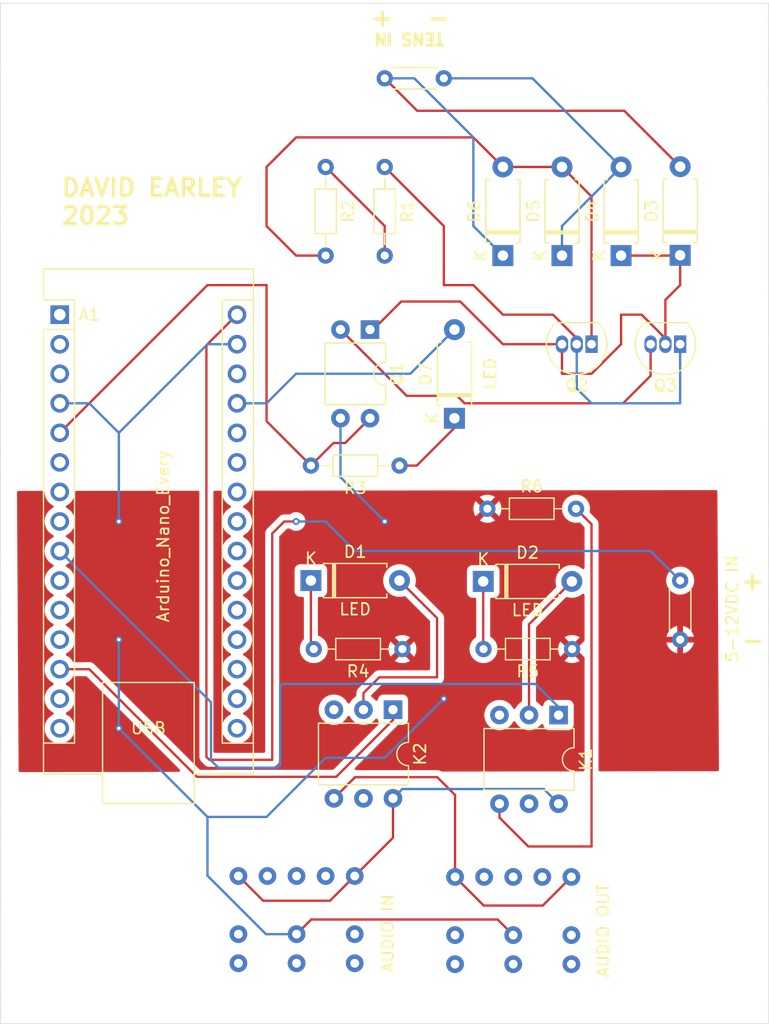
<source format=kicad_pcb>
(kicad_pcb (version 20221018) (generator pcbnew)
  (layers (0 "F.Cu" signal) (31 "B.Cu" signal) (34 "B.Paste" user) (35 "F.Paste" user) (36 "B.SilkS" user "B.Silkscreen") (37 "F.SilkS" user "F.Silkscreen") (38 "B.Mask" user) (39 "F.Mask" user) (44 "Edge.Cuts" user))
  (net 0 "")
  (net 4 "GND")
  (net 7 "D6")
  (net 13 "+3.3V")
  (net 17 "D10")
  (net 23 "+5V")
  (net 25 "Net-(A1-VIN)")
  (net 26 "Net-(D2-K)")
  (net 27 "Net-(D2-A)")
  (net 28 "Net-(K1-S1)")
  (net 30 "Net-(K1-S2)")
  (net 31 "Net-(D1-K)")
  (net 32 "Net-(D1-A)")
  (net 33 "Net-(D3-K)")
  (net 34 "Net-(D3-A)")
  (net 35 "Net-(D4-A)")
  (net 37 "A0")
  (net 39 "D2")
  (net 42 "Net-(D5-A)")
  (net 43 "Net-(Q2-B)")
  (net 44 "Net-(Q1-CATHODE)")
  (net 45 "A2")
  (net 46 "S_1")
  (net 47 "Net-(D7-K)")
  (net 48 "Net-(R1-Pad2)")
  (footprint "MountingHole:MountingHole_3.2mm_M3" (layer "F.Cu") (at 180.34 38.1)
    (fp_text reference "H12" hide)
    (fp_text value "MountingHole")
    (pad "" np_thru_hole circle (at 0 0) (size 3.2 3.2) (drill 3.2) (layers "*.Cu" "*.Mask"))
  )
  (footprint "Package_TO_SOT_THT:TO-92_Inline" (layer "F.Cu") (at 226.06 60.96 180)
    (fp_text reference "Q3" (at 1.27 -3.56) (layer "F.SilkS"))
    (fp_text value "PN2222A")
    (fp_line (start -0.53 1.85) (end 3.07 1.85) (stroke (width 0.12)) (layer "F.SilkS"))
    (fp_arc (start -0.568478 1.838478) (mid -1.132087 -0.994977) (end 1.27 -2.6) (stroke (width 0.12)) (layer "F.SilkS"))
    (fp_arc (start 1.27 -2.6) (mid 3.672087 -0.994977) (end 3.108478 1.838478) (stroke (width 0.12)) (layer "F.SilkS"))
    (pad "1" thru_hole rect (at 0 0 180) (size 1.05 1.5) (drill 0.75) (layers "*.Cu" "*.Mask") (net 43 "Net-(Q2-B)"))
    (pad "2" thru_hole oval (at 1.27 0 180) (size 1.05 1.5) (drill 0.75) (layers "*.Cu" "*.Mask") (net 33 "Net-(D3-K)"))
    (pad "3" thru_hole oval (at 2.54 0 180) (size 1.05 1.5) (drill 0.75) (layers "*.Cu" "*.Mask") (net 44 "Net-(Q1-CATHODE)"))
  )
  (footprint "Resistor_THT:R_Axial_DIN0204_L3.6mm_D1.6mm_P5.08mm_Horizontal" (layer "F.Cu") (at 200.66 38.1)
    (fp_text reference "J2" hide)
    (fp_text value "~")
    (fp_line (start 0.62 -0.92) (end 4.46 -0.92) (stroke (width 0.12)) (layer "F.SilkS"))
    (fp_line (start 0.62 0.92) (end 4.46 0.92) (stroke (width 0.12)) (layer "F.SilkS"))
    (pad "1" thru_hole circle (at 0 0) (size 1.4 1.4) (drill 0.7) (layers "*.Cu" "*.Mask") (net 34 "Net-(D3-A)"))
    (pad "2" thru_hole oval (at 5.08 0) (size 1.4 1.4) (drill 0.7) (layers "*.Cu" "*.Mask") (net 35 "Net-(D4-A)"))
  )
  (footprint "Diode_THT:D_A-405_P7.62mm_Horizontal" (layer "F.Cu") (at 206.654518 67.324962 90)
    (fp_text reference "D7" (at 3.81 -2.47 90) (layer "F.SilkS"))
    (fp_text value "LED" (at 3.843242 3.069174 90) (layer "F.SilkS"))
    (fp_text user "K" (at 0 -1.9 90) (layer "F.SilkS"))
    (fp_line (start 1.09 -1.47) (end 6.53 -1.47) (stroke (width 0.12)) (layer "F.SilkS"))
    (fp_line (start 1.09 -1.14) (end 1.09 -1.47) (stroke (width 0.12)) (layer "F.SilkS"))
    (fp_line (start 1.09 1.14) (end 1.09 1.47) (stroke (width 0.12)) (layer "F.SilkS"))
    (fp_line (start 1.09 1.47) (end 6.53 1.47) (stroke (width 0.12)) (layer "F.SilkS"))
    (fp_line (start 1.87 -1.47) (end 1.87 1.47) (stroke (width 0.12)) (layer "F.SilkS"))
    (fp_line (start 1.99 -1.47) (end 1.99 1.47) (stroke (width 0.12)) (layer "F.SilkS"))
    (fp_line (start 2.11 -1.47) (end 2.11 1.47) (stroke (width 0.12)) (layer "F.SilkS"))
    (fp_line (start 6.53 -1.47) (end 6.53 -1.14) (stroke (width 0.12)) (layer "F.SilkS"))
    (fp_line (start 6.53 1.47) (end 6.53 1.14) (stroke (width 0.12)) (layer "F.SilkS"))
    (pad "1" thru_hole rect (at 0 0 90) (size 1.8 1.8) (drill 0.9) (layers "*.Cu" "*.Mask") (net 47 "Net-(D7-K)"))
    (pad "2" thru_hole oval (at 7.62 0 90) (size 1.8 1.8) (drill 0.9) (layers "*.Cu" "*.Mask") (net 23 "+5V"))
  )
  (footprint "Resistor_THT:R_Axial_DIN0204_L3.6mm_D1.6mm_P7.62mm_Horizontal" (layer "F.Cu") (at 202.181056 87.17046 180)
    (fp_text reference "R4" (at 3.81 -1.92) (layer "F.SilkS"))
    (fp_text value "100R")
    (fp_line (start 0.94 0) (end 1.89 0) (stroke (width 0.12)) (layer "F.SilkS"))
    (fp_line (start 1.89 -0.92) (end 1.89 0.92) (stroke (width 0.12)) (layer "F.SilkS"))
    (fp_line (start 1.89 0.92) (end 5.73 0.92) (stroke (width 0.12)) (layer "F.SilkS"))
    (fp_line (start 5.73 -0.92) (end 1.89 -0.92) (stroke (width 0.12)) (layer "F.SilkS"))
    (fp_line (start 5.73 0.92) (end 5.73 -0.92) (stroke (width 0.12)) (layer "F.SilkS"))
    (fp_line (start 6.68 0) (end 5.73 0) (stroke (width 0.12)) (layer "F.SilkS"))
    (pad "1" thru_hole circle (at 0 0 180) (size 1.4 1.4) (drill 0.7) (layers "*.Cu" "*.Mask") (net 4 "GND"))
    (pad "2" thru_hole oval (at 7.62 0 180) (size 1.4 1.4) (drill 0.7) (layers "*.Cu" "*.Mask") (net 31 "Net-(D1-K)"))
  )
  (footprint "Diode_THT:D_A-405_P7.62mm_Horizontal" (layer "F.Cu") (at 194.31 81.28)
    (fp_text reference "D1" (at 3.81 -2.47) (layer "F.SilkS"))
    (fp_text value "LED" (at 3.81 2.47) (layer "F.SilkS"))
    (fp_text user "K" (at 0 -1.9) (layer "F.SilkS"))
    (fp_line (start 1.09 -1.47) (end 6.53 -1.47) (stroke (width 0.12)) (layer "F.SilkS"))
    (fp_line (start 1.09 -1.14) (end 1.09 -1.47) (stroke (width 0.12)) (layer "F.SilkS"))
    (fp_line (start 1.09 1.14) (end 1.09 1.47) (stroke (width 0.12)) (layer "F.SilkS"))
    (fp_line (start 1.09 1.47) (end 6.53 1.47) (stroke (width 0.12)) (layer "F.SilkS"))
    (fp_line (start 1.87 -1.47) (end 1.87 1.47) (stroke (width 0.12)) (layer "F.SilkS"))
    (fp_line (start 1.99 -1.47) (end 1.99 1.47) (stroke (width 0.12)) (layer "F.SilkS"))
    (fp_line (start 2.11 -1.47) (end 2.11 1.47) (stroke (width 0.12)) (layer "F.SilkS"))
    (fp_line (start 6.53 -1.47) (end 6.53 -1.14) (stroke (width 0.12)) (layer "F.SilkS"))
    (fp_line (start 6.53 1.47) (end 6.53 1.14) (stroke (width 0.12)) (layer "F.SilkS"))
    (pad "1" thru_hole rect (at 0 0) (size 1.8 1.8) (drill 0.9) (layers "*.Cu" "*.Mask") (net 31 "Net-(D1-K)"))
    (pad "2" thru_hole oval (at 7.62 0) (size 1.8 1.8) (drill 0.9) (layers "*.Cu" "*.Mask") (net 32 "Net-(D1-A)"))
  )
  (footprint "Package_DIP:DIP-6_W7.62mm" (layer "F.Cu") (at 215.60672 92.844902 -90)
    (fp_text reference "K1" (at 3.81 -2.33 90) (layer "F.SilkS"))
    (fp_text value "VOR1121A6 D_10 _ HEADPHONE TIP" hide)
    (fp_line (start 1.16 -1.33) (end 1.16 6.41) (stroke (width 0.12)) (layer "F.SilkS"))
    (fp_line (start 1.16 6.41) (end 6.46 6.41) (stroke (width 0.12)) (layer "F.SilkS"))
    (fp_line (start 2.81 -1.33) (end 1.16 -1.33) (stroke (width 0.12)) (layer "F.SilkS"))
    (fp_line (start 6.46 -1.33) (end 4.81 -1.33) (stroke (width 0.12)) (layer "F.SilkS"))
    (fp_line (start 6.46 6.41) (end 6.46 -1.33) (stroke (width 0.12)) (layer "F.SilkS"))
    (fp_arc (start 4.81 -1.33) (mid 3.81 -0.33) (end 2.81 -1.33) (stroke (width 0.12)) (layer "F.SilkS"))
    (pad "1" thru_hole rect (at 0 0 270) (size 1.6 1.6) (drill 0.8) (layers "*.Cu" "*.Mask") (net 7 "D6"))
    (pad "2" thru_hole oval (at 0 2.54 270) (size 1.6 1.6) (drill 0.8) (layers "*.Cu" "*.Mask") (net 27 "Net-(D2-A)"))
    (pad "3" thru_hole oval (at 0 5.08 270) (size 1.6 1.6) (drill 0.8) (layers "*.Cu" "*.Mask"))
    (pad "4" thru_hole oval (at 7.62 5.08 270) (size 1.6 1.6) (drill 0.8) (layers "*.Cu" "*.Mask") (net 30 "Net-(K1-S2)"))
    (pad "5" thru_hole oval (at 7.62 2.54 270) (size 1.6 1.6) (drill 0.8) (layers "*.Cu" "*.Mask"))
    (pad "6" thru_hole oval (at 7.62 0 270) (size 1.6 1.6) (drill 0.8) (layers "*.Cu" "*.Mask") (net 28 "Net-(K1-S1)"))
  )
  (footprint "Resistor_THT:R_Axial_DIN0204_L3.6mm_D1.6mm_P7.62mm_Horizontal" (layer "F.Cu") (at 209.485639 75.104368)
    (fp_text reference "R6" (at 3.81 -1.92) (layer "F.SilkS"))
    (fp_text value "10R")
    (fp_line (start 0.94 0) (end 1.89 0) (stroke (width 0.12)) (layer "F.SilkS"))
    (fp_line (start 1.89 -0.92) (end 1.89 0.92) (stroke (width 0.12)) (layer "F.SilkS"))
    (fp_line (start 1.89 0.92) (end 5.73 0.92) (stroke (width 0.12)) (layer "F.SilkS"))
    (fp_line (start 5.73 -0.92) (end 1.89 -0.92) (stroke (width 0.12)) (layer "F.SilkS"))
    (fp_line (start 5.73 0.92) (end 5.73 -0.92) (stroke (width 0.12)) (layer "F.SilkS"))
    (fp_line (start 6.68 0) (end 5.73 0) (stroke (width 0.12)) (layer "F.SilkS"))
    (pad "1" thru_hole circle (at 0 0) (size 1.4 1.4) (drill 0.7) (layers "*.Cu" "*.Mask") (net 4 "GND"))
    (pad "2" thru_hole oval (at 7.62 0) (size 1.4 1.4) (drill 0.7) (layers "*.Cu" "*.Mask") (net 30 "Net-(K1-S2)"))
  )
  (footprint "Resistor_THT:R_Axial_DIN0204_L3.6mm_D1.6mm_P7.62mm_Horizontal" (layer "F.Cu") (at 200.66 45.72 -90)
    (fp_text reference "R1" (at 3.81 -1.92 90) (layer "F.SilkS"))
    (fp_text value "10R")
    (fp_line (start 0.94 0) (end 1.89 0) (stroke (width 0.12)) (layer "F.SilkS"))
    (fp_line (start 1.89 -0.92) (end 1.89 0.92) (stroke (width 0.12)) (layer "F.SilkS"))
    (fp_line (start 1.89 0.92) (end 5.73 0.92) (stroke (width 0.12)) (layer "F.SilkS"))
    (fp_line (start 5.73 -0.92) (end 1.89 -0.92) (stroke (width 0.12)) (layer "F.SilkS"))
    (fp_line (start 5.73 0.92) (end 5.73 -0.92) (stroke (width 0.12)) (layer "F.SilkS"))
    (fp_line (start 6.68 0) (end 5.73 0) (stroke (width 0.12)) (layer "F.SilkS"))
    (pad "1" thru_hole circle (at 0 0 270) (size 1.4 1.4) (drill 0.7) (layers "*.Cu" "*.Mask") (net 43 "Net-(Q2-B)"))
    (pad "2" thru_hole oval (at 7.62 0 270) (size 1.4 1.4) (drill 0.7) (layers "*.Cu" "*.Mask") (net 48 "Net-(R1-Pad2)"))
  )
  (footprint "Package_DIP:DIP-4_W7.62mm" (layer "F.Cu") (at 199.395 59.7 -90)
    (fp_text reference "Q1" (at 3.81 -2.33 90) (layer "F.SilkS"))
    (fp_text value "PC817X3NSZ9F")
    (fp_line (start 1.16 -1.33) (end 1.16 3.87) (stroke (width 0.12)) (layer "F.SilkS"))
    (fp_line (start 1.16 3.87) (end 6.46 3.87) (stroke (width 0.12)) (layer "F.SilkS"))
    (fp_line (start 2.81 -1.33) (end 1.16 -1.33) (stroke (width 0.12)) (layer "F.SilkS"))
    (fp_line (start 6.46 -1.33) (end 4.81 -1.33) (stroke (width 0.12)) (layer "F.SilkS"))
    (fp_line (start 6.46 3.87) (end 6.46 -1.33) (stroke (width 0.12)) (layer "F.SilkS"))
    (fp_arc (start 4.81 -1.33) (mid 3.81 -0.33) (end 2.81 -1.33) (stroke (width 0.12)) (layer "F.SilkS"))
    (pad "1" thru_hole rect (at 0 0 270) (size 1.6 1.6) (drill 0.8) (layers "*.Cu" "*.Mask") (net 33 "Net-(D3-K)"))
    (pad "2" thru_hole oval (at 0 2.54 270) (size 1.6 1.6) (drill 0.8) (layers "*.Cu" "*.Mask") (net 44 "Net-(Q1-CATHODE)"))
    (pad "3" thru_hole oval (at 7.62 2.54 270) (size 1.6 1.6) (drill 0.8) (layers "*.Cu" "*.Mask") (net 4 "GND"))
    (pad "4" thru_hole oval (at 7.62 0 270) (size 1.6 1.6) (drill 0.8) (layers "*.Cu" "*.Mask") (net 39 "D2"))
  )
  (footprint "Package_DIP:DIP-6_W7.62mm" (layer "F.Cu") (at 201.370421 92.381682 -90)
    (fp_text reference "K2" (at 3.81 -2.33 90) (layer "F.SilkS"))
    (fp_text value "VOR1121A6 D_10 _ HEADPHONE TIP" hide)
    (fp_line (start 1.16 -1.33) (end 1.16 6.41) (stroke (width 0.12)) (layer "F.SilkS"))
    (fp_line (start 1.16 6.41) (end 6.46 6.41) (stroke (width 0.12)) (layer "F.SilkS"))
    (fp_line (start 2.81 -1.33) (end 1.16 -1.33) (stroke (width 0.12)) (layer "F.SilkS"))
    (fp_line (start 6.46 -1.33) (end 4.81 -1.33) (stroke (width 0.12)) (layer "F.SilkS"))
    (fp_line (start 6.46 6.41) (end 6.46 -1.33) (stroke (width 0.12)) (layer "F.SilkS"))
    (fp_arc (start 4.81 -1.33) (mid 3.81 -0.33) (end 2.81 -1.33) (stroke (width 0.12)) (layer "F.SilkS"))
    (pad "1" thru_hole rect (at 0 0 270) (size 1.6 1.6) (drill 0.8) (layers "*.Cu" "*.Mask") (net 17 "D10"))
    (pad "2" thru_hole oval (at 0 2.54 270) (size 1.6 1.6) (drill 0.8) (layers "*.Cu" "*.Mask") (net 32 "Net-(D1-A)"))
    (pad "3" thru_hole oval (at 0 5.08 270) (size 1.6 1.6) (drill 0.8) (layers "*.Cu" "*.Mask"))
    (pad "4" thru_hole oval (at 7.62 5.08 270) (size 1.6 1.6) (drill 0.8) (layers "*.Cu" "*.Mask") (net 46 "S_1"))
    (pad "5" thru_hole oval (at 7.62 2.54 270) (size 1.6 1.6) (drill 0.8) (layers "*.Cu" "*.Mask"))
    (pad "6" thru_hole oval (at 7.62 0 270) (size 1.6 1.6) (drill 0.8) (layers "*.Cu" "*.Mask") (net 28 "Net-(K1-S1)"))
  )
  (footprint "Package_TO_SOT_THT:TO-92_Inline" (layer "F.Cu") (at 218.44 60.96 180)
    (fp_text reference "Q2" (at 1.27 -3.56) (layer "F.SilkS"))
    (fp_text value "PN2222A")
    (fp_line (start -0.53 1.85) (end 3.07 1.85) (stroke (width 0.12)) (layer "F.SilkS"))
    (fp_arc (start -0.568478 1.838478) (mid -1.132087 -0.994977) (end 1.27 -2.6) (stroke (width 0.12)) (layer "F.SilkS"))
    (fp_arc (start 1.27 -2.6) (mid 3.672087 -0.994977) (end 3.108478 1.838478) (stroke (width 0.12)) (layer "F.SilkS"))
    (pad "1" thru_hole rect (at 0 0 180) (size 1.05 1.5) (drill 0.75) (layers "*.Cu" "*.Mask") (net 42 "Net-(D5-A)"))
    (pad "2" thru_hole oval (at 1.27 0 180) (size 1.05 1.5) (drill 0.75) (layers "*.Cu" "*.Mask") (net 43 "Net-(Q2-B)"))
    (pad "3" thru_hole oval (at 2.54 0 180) (size 1.05 1.5) (drill 0.75) (layers "*.Cu" "*.Mask") (net 33 "Net-(D3-K)"))
  )
  (footprint "Resistor_THT:R_Axial_DIN0204_L3.6mm_D1.6mm_P7.62mm_Horizontal" (layer "F.Cu") (at 201.935 71.393902 180)
    (fp_text reference "R3" (at 3.81 -1.92) (layer "F.SilkS"))
    (fp_text value "100R")
    (fp_line (start 0.94 0) (end 1.89 0) (stroke (width 0.12)) (layer "F.SilkS"))
    (fp_line (start 1.89 -0.92) (end 1.89 0.92) (stroke (width 0.12)) (layer "F.SilkS"))
    (fp_line (start 1.89 0.92) (end 5.73 0.92) (stroke (width 0.12)) (layer "F.SilkS"))
    (fp_line (start 5.73 -0.92) (end 1.89 -0.92) (stroke (width 0.12)) (layer "F.SilkS"))
    (fp_line (start 5.73 0.92) (end 5.73 -0.92) (stroke (width 0.12)) (layer "F.SilkS"))
    (fp_line (start 6.68 0) (end 5.73 0) (stroke (width 0.12)) (layer "F.SilkS"))
    (pad "1" thru_hole circle (at 0 0 180) (size 1.4 1.4) (drill 0.7) (layers "*.Cu" "*.Mask") (net 47 "Net-(D7-K)"))
    (pad "2" thru_hole oval (at 7.62 0 180) (size 1.4 1.4) (drill 0.7) (layers "*.Cu" "*.Mask") (net 39 "D2"))
  )
  (footprint "Diode_THT:D_A-405_P7.62mm_Horizontal" (layer "F.Cu") (at 220.98 53.34 90)
    (fp_text reference "D4" (at 3.81 -2.47 90) (layer "F.SilkS"))
    (fp_text value "1N4007")
    (fp_text user "K" (at 0 -1.9 90) (layer "F.SilkS"))
    (fp_line (start 1.09 -1.47) (end 6.53 -1.47) (stroke (width 0.12)) (layer "F.SilkS"))
    (fp_line (start 1.09 -1.14) (end 1.09 -1.47) (stroke (width 0.12)) (layer "F.SilkS"))
    (fp_line (start 1.09 1.14) (end 1.09 1.47) (stroke (width 0.12)) (layer "F.SilkS"))
    (fp_line (start 1.09 1.47) (end 6.53 1.47) (stroke (width 0.12)) (layer "F.SilkS"))
    (fp_line (start 1.87 -1.47) (end 1.87 1.47) (stroke (width 0.12)) (layer "F.SilkS"))
    (fp_line (start 1.99 -1.47) (end 1.99 1.47) (stroke (width 0.12)) (layer "F.SilkS"))
    (fp_line (start 2.11 -1.47) (end 2.11 1.47) (stroke (width 0.12)) (layer "F.SilkS"))
    (fp_line (start 6.53 -1.47) (end 6.53 -1.14) (stroke (width 0.12)) (layer "F.SilkS"))
    (fp_line (start 6.53 1.47) (end 6.53 1.14) (stroke (width 0.12)) (layer "F.SilkS"))
    (pad "1" thru_hole rect (at 0 0 90) (size 1.8 1.8) (drill 0.9) (layers "*.Cu" "*.Mask") (net 33 "Net-(D3-K)"))
    (pad "2" thru_hole oval (at 7.62 0 90) (size 1.8 1.8) (drill 0.9) (layers "*.Cu" "*.Mask") (net 35 "Net-(D4-A)"))
  )
  (footprint "Library:PRT-08032" (layer "F.Cu") (at 217.707364 111.76 90)
    (fp_text reference "J3" hide)
    (fp_text value "AUDIO OUT" (at 0.400279 1.724103 90 unlocked) (layer "F.SilkS"))
    (pad "1" thru_hole circle (at -2.5 -11 90) (size 1.524 1.524) (drill 0.762) (layers "*.Cu" "*.Mask"))
    (pad "2" thru_hole circle (at 0 -11 90) (size 1.524 1.524) (drill 0.762) (layers "*.Cu" "*.Mask"))
    (pad "3" thru_hole circle (at 5 -8.5 90) (size 1.524 1.524) (drill 0.762) (layers "*.Cu" "*.Mask"))
    (pad "4" thru_hole circle (at 5 -3.5 90) (size 1.524 1.524) (drill 0.762) (layers "*.Cu" "*.Mask"))
    (pad "5" thru_hole circle (at 0 -1 90) (size 1.524 1.524) (drill 0.762) (layers "*.Cu" "*.Mask"))
    (pad "6" thru_hole circle (at -2.5 -1 90) (size 1.524 1.524) (drill 0.762) (layers "*.Cu" "*.Mask"))
    (pad "8" thru_hole circle (at -2.5 -6 90) (size 1.524 1.524) (drill 0.762) (layers "*.Cu" "*.Mask"))
    (pad "9" thru_hole circle (at 5 -6 90) (size 1.524 1.524) (drill 0.762) (layers "*.Cu" "*.Mask"))
    (pad "R" thru_hole circle (at 5 -11 90) (size 1.524 1.524) (drill 0.762) (layers "*.Cu" "*.Mask") (net 46 "S_1"))
    (pad "S" thru_hole circle (at 0 -6 90) (size 1.524 1.524) (drill 0.762) (layers "*.Cu" "*.Mask") (net 4 "GND"))
    (pad "T" thru_hole circle (at 5 -1 90) (size 1.524 1.524) (drill 0.762) (layers "*.Cu" "*.Mask") (net 46 "S_1"))
  )
  (footprint "Library:PRT-08032" (layer "F.Cu") (at 199.08 111.68 90)
    (fp_text reference "J1" hide)
    (fp_text value "AUDIO IN" (at 0.081014 1.833984 90 unlocked) (layer "F.SilkS"))
    (pad "1" thru_hole circle (at -2.5 -11 90) (size 1.524 1.524) (drill 0.762) (layers "*.Cu" "*.Mask"))
    (pad "2" thru_hole circle (at 0 -11 90) (size 1.524 1.524) (drill 0.762) (layers "*.Cu" "*.Mask"))
    (pad "3" thru_hole circle (at 5 -8.5 90) (size 1.524 1.524) (drill 0.762) (layers "*.Cu" "*.Mask"))
    (pad "4" thru_hole circle (at 5 -3.5 90) (size 1.524 1.524) (drill 0.762) (layers "*.Cu" "*.Mask"))
    (pad "5" thru_hole circle (at 0 -1 90) (size 1.524 1.524) (drill 0.762) (layers "*.Cu" "*.Mask"))
    (pad "6" thru_hole circle (at -2.5 -1 90) (size 1.524 1.524) (drill 0.762) (layers "*.Cu" "*.Mask"))
    (pad "8" thru_hole circle (at -2.5 -6 90) (size 1.524 1.524) (drill 0.762) (layers "*.Cu" "*.Mask"))
    (pad "9" thru_hole circle (at 5 -6 90) (size 1.524 1.524) (drill 0.762) (layers "*.Cu" "*.Mask"))
    (pad "R" thru_hole circle (at 5 -11 90) (size 1.524 1.524) (drill 0.762) (layers "*.Cu" "*.Mask") (net 28 "Net-(K1-S1)"))
    (pad "S" thru_hole circle (at 0 -6 90) (size 1.524 1.524) (drill 0.762) (layers "*.Cu" "*.Mask") (net 4 "GND"))
    (pad "T" thru_hole circle (at 5 -1 90) (size 1.524 1.524) (drill 0.762) (layers "*.Cu" "*.Mask") (net 28 "Net-(K1-S1)"))
  )
  (footprint "Diode_THT:D_A-405_P7.62mm_Horizontal" (layer "F.Cu") (at 215.9 53.34 90)
    (fp_text reference "D5" (at 3.81 -2.47 90) (layer "F.SilkS"))
    (fp_text value "1N4007")
    (fp_text user "K" (at 0 -1.9 90) (layer "F.SilkS"))
    (fp_line (start 1.09 -1.47) (end 6.53 -1.47) (stroke (width 0.12)) (layer "F.SilkS"))
    (fp_line (start 1.09 -1.14) (end 1.09 -1.47) (stroke (width 0.12)) (layer "F.SilkS"))
    (fp_line (start 1.09 1.14) (end 1.09 1.47) (stroke (width 0.12)) (layer "F.SilkS"))
    (fp_line (start 1.09 1.47) (end 6.53 1.47) (stroke (width 0.12)) (layer "F.SilkS"))
    (fp_line (start 1.87 -1.47) (end 1.87 1.47) (stroke (width 0.12)) (layer "F.SilkS"))
    (fp_line (start 1.99 -1.47) (end 1.99 1.47) (stroke (width 0.12)) (layer "F.SilkS"))
    (fp_line (start 2.11 -1.47) (end 2.11 1.47) (stroke (width 0.12)) (layer "F.SilkS"))
    (fp_line (start 6.53 -1.47) (end 6.53 -1.14) (stroke (width 0.12)) (layer "F.SilkS"))
    (fp_line (start 6.53 1.47) (end 6.53 1.14) (stroke (width 0.12)) (layer "F.SilkS"))
    (pad "1" thru_hole rect (at 0 0 90) (size 1.8 1.8) (drill 0.9) (layers "*.Cu" "*.Mask") (net 35 "Net-(D4-A)"))
    (pad "2" thru_hole oval (at 7.62 0 90) (size 1.8 1.8) (drill 0.9) (layers "*.Cu" "*.Mask") (net 42 "Net-(D5-A)"))
  )
  (footprint "Resistor_THT:R_Axial_DIN0204_L3.6mm_D1.6mm_P7.62mm_Horizontal" (layer "F.Cu") (at 195.58 45.72 -90)
    (fp_text reference "R2" (at 3.81 -1.92 90) (layer "F.SilkS"))
    (fp_text value "10R")
    (fp_line (start 0.94 0) (end 1.89 0) (stroke (width 0.12)) (layer "F.SilkS"))
    (fp_line (start 1.89 -0.92) (end 1.89 0.92) (stroke (width 0.12)) (layer "F.SilkS"))
    (fp_line (start 1.89 0.92) (end 5.73 0.92) (stroke (width 0.12)) (layer "F.SilkS"))
    (fp_line (start 5.73 -0.92) (end 1.89 -0.92) (stroke (width 0.12)) (layer "F.SilkS"))
    (fp_line (start 5.73 0.92) (end 5.73 -0.92) (stroke (width 0.12)) (layer "F.SilkS"))
    (fp_line (start 6.68 0) (end 5.73 0) (stroke (width 0.12)) (layer "F.SilkS"))
    (pad "1" thru_hole circle (at 0 0 270) (size 1.4 1.4) (drill 0.7) (layers "*.Cu" "*.Mask") (net 48 "Net-(R1-Pad2)"))
    (pad "2" thru_hole oval (at 7.62 0 270) (size 1.4 1.4) (drill 0.7) (layers "*.Cu" "*.Mask") (net 42 "Net-(D5-A)"))
  )
  (footprint "Resistor_THT:R_Axial_DIN0204_L3.6mm_D1.6mm_P7.62mm_Horizontal" (layer "F.Cu") (at 216.772478 87.17046 180)
    (fp_text reference "R5" (at 3.81 -1.92) (layer "F.SilkS"))
    (fp_text value "100R")
    (fp_line (start 0.94 0) (end 1.89 0) (stroke (width 0.12)) (layer "F.SilkS"))
    (fp_line (start 1.89 -0.92) (end 1.89 0.92) (stroke (width 0.12)) (layer "F.SilkS"))
    (fp_line (start 1.89 0.92) (end 5.73 0.92) (stroke (width 0.12)) (layer "F.SilkS"))
    (fp_line (start 5.73 -0.92) (end 1.89 -0.92) (stroke (width 0.12)) (layer "F.SilkS"))
    (fp_line (start 5.73 0.92) (end 5.73 -0.92) (stroke (width 0.12)) (layer "F.SilkS"))
    (fp_line (start 6.68 0) (end 5.73 0) (stroke (width 0.12)) (layer "F.SilkS"))
    (pad "1" thru_hole circle (at 0 0 180) (size 1.4 1.4) (drill 0.7) (layers "*.Cu" "*.Mask") (net 4 "GND"))
    (pad "2" thru_hole oval (at 7.62 0 180) (size 1.4 1.4) (drill 0.7) (layers "*.Cu" "*.Mask") (net 26 "Net-(D2-K)"))
  )
  (footprint "Diode_THT:D_A-405_P7.62mm_Horizontal" (layer "F.Cu") (at 226.06 53.315452 90)
    (fp_text reference "D3" (at 3.81 -2.47 90) (layer "F.SilkS"))
    (fp_text value "1N4007")
    (fp_text user "K" (at 0 -1.9 90) (layer "F.SilkS"))
    (fp_line (start 1.09 -1.47) (end 6.53 -1.47) (stroke (width 0.12)) (layer "F.SilkS"))
    (fp_line (start 1.09 -1.14) (end 1.09 -1.47) (stroke (width 0.12)) (layer "F.SilkS"))
    (fp_line (start 1.09 1.14) (end 1.09 1.47) (stroke (width 0.12)) (layer "F.SilkS"))
    (fp_line (start 1.09 1.47) (end 6.53 1.47) (stroke (width 0.12)) (layer "F.SilkS"))
    (fp_line (start 1.87 -1.47) (end 1.87 1.47) (stroke (width 0.12)) (layer "F.SilkS"))
    (fp_line (start 1.99 -1.47) (end 1.99 1.47) (stroke (width 0.12)) (layer "F.SilkS"))
    (fp_line (start 2.11 -1.47) (end 2.11 1.47) (stroke (width 0.12)) (layer "F.SilkS"))
    (fp_line (start 6.53 -1.47) (end 6.53 -1.14) (stroke (width 0.12)) (layer "F.SilkS"))
    (fp_line (start 6.53 1.47) (end 6.53 1.14) (stroke (width 0.12)) (layer "F.SilkS"))
    (pad "1" thru_hole rect (at 0 0 90) (size 1.8 1.8) (drill 0.9) (layers "*.Cu" "*.Mask") (net 33 "Net-(D3-K)"))
    (pad "2" thru_hole oval (at 7.62 0 90) (size 1.8 1.8) (drill 0.9) (layers "*.Cu" "*.Mask") (net 34 "Net-(D3-A)"))
  )
  (footprint "MountingHole:MountingHole_3.2mm_M3" (layer "F.Cu") (at 226.06 111.76)
    (fp_text reference "H15" hide)
    (fp_text value "MountingHole")
    (pad "" np_thru_hole circle (at 0 0) (size 3.2 3.2) (drill 3.2) (layers "*.Cu" "*.Mask"))
  )
  (footprint "MountingHole:MountingHole_3.2mm_M3" (layer "F.Cu") (at 180.34 111.76)
    (fp_text reference "H13" hide)
    (fp_text value "MountingHole")
    (pad "" np_thru_hole circle (at 0 0) (size 3.2 3.2) (drill 3.2) (layers "*.Cu" "*.Mask"))
  )
  (footprint "Diode_THT:D_A-405_P7.62mm_Horizontal" (layer "F.Cu") (at 210.82 53.34 90)
    (fp_text reference "D6" (at 3.81 -2.47 90) (layer "F.SilkS"))
    (fp_text value "1N4007")
    (fp_text user "K" (at 0 -1.9 90) (layer "F.SilkS"))
    (fp_line (start 1.09 -1.47) (end 6.53 -1.47) (stroke (width 0.12)) (layer "F.SilkS"))
    (fp_line (start 1.09 -1.14) (end 1.09 -1.47) (stroke (width 0.12)) (layer "F.SilkS"))
    (fp_line (start 1.09 1.14) (end 1.09 1.47) (stroke (width 0.12)) (layer "F.SilkS"))
    (fp_line (start 1.09 1.47) (end 6.53 1.47) (stroke (width 0.12)) (layer "F.SilkS"))
    (fp_line (start 1.87 -1.47) (end 1.87 1.47) (stroke (width 0.12)) (layer "F.SilkS"))
    (fp_line (start 1.99 -1.47) (end 1.99 1.47) (stroke (width 0.12)) (layer "F.SilkS"))
    (fp_line (start 2.11 -1.47) (end 2.11 1.47) (stroke (width 0.12)) (layer "F.SilkS"))
    (fp_line (start 6.53 -1.47) (end 6.53 -1.14) (stroke (width 0.12)) (layer "F.SilkS"))
    (fp_line (start 6.53 1.47) (end 6.53 1.14) (stroke (width 0.12)) (layer "F.SilkS"))
    (pad "1" thru_hole rect (at 0 0 90) (size 1.8 1.8) (drill 0.9) (layers "*.Cu" "*.Mask") (net 34 "Net-(D3-A)"))
    (pad "2" thru_hole oval (at 7.62 0 90) (size 1.8 1.8) (drill 0.9) (layers "*.Cu" "*.Mask") (net 42 "Net-(D5-A)"))
  )
  (footprint "Module:Arduino_Nano" (layer "F.Cu") (at 172.72 58.42)
    (fp_text reference "A1" (at 2.54 0) (layer "F.SilkS"))
    (fp_text value "Arduino_Nano_Every" (at 8.89 19.05 90) (layer "F.SilkS"))
    (fp_text user "USB" (at 7.62 35.56 unlocked) (layer "F.SilkS"))
    (fp_line (start -1.4 -3.94) (end -1.4 -1.27) (stroke (width 0.12)) (layer "F.SilkS"))
    (fp_line (start -1.4 1.27) (end -1.4 39.5) (stroke (width 0.12)) (layer "F.SilkS"))
    (fp_line (start -1.4 39.5) (end 3.68 39.5) (stroke (width 0.12)) (layer "F.SilkS"))
    (fp_line (start 1.27 -1.27) (end -1.4 -1.27) (stroke (width 0.12)) (layer "F.SilkS"))
    (fp_line (start 1.27 1.27) (end -1.4 1.27) (stroke (width 0.12)) (layer "F.SilkS"))
    (fp_line (start 1.27 1.27) (end 1.27 -1.27) (stroke (width 0.12)) (layer "F.SilkS"))
    (fp_line (start 1.27 1.27) (end 1.27 36.83) (stroke (width 0.12)) (layer "F.SilkS"))
    (fp_line (start 1.27 36.83) (end -1.4 36.83) (stroke (width 0.12)) (layer "F.SilkS"))
    (fp_line (start 3.68 31.62) (end 11.56 31.62) (stroke (width 0.12)) (layer "F.SilkS"))
    (fp_line (start 3.68 42.04) (end 3.68 31.62) (stroke (width 0.12)) (layer "F.SilkS"))
    (fp_line (start 11.56 31.62) (end 11.56 42.04) (stroke (width 0.12)) (layer "F.SilkS"))
    (fp_line (start 11.56 42.04) (end 3.68 42.04) (stroke (width 0.12)) (layer "F.SilkS"))
    (fp_line (start 13.97 -1.27) (end 13.97 36.83) (stroke (width 0.12)) (layer "F.SilkS"))
    (fp_line (start 13.97 -1.27) (end 16.64 -1.27) (stroke (width 0.12)) (layer "F.SilkS"))
    (fp_line (start 13.97 36.83) (end 16.64 36.83) (stroke (width 0.12)) (layer "F.SilkS"))
    (fp_line (start 16.64 -3.94) (end -1.4 -3.94) (stroke (width 0.12)) (layer "F.SilkS"))
    (fp_line (start 16.64 39.5) (end 11.56 39.5) (stroke (width 0.12)) (layer "F.SilkS"))
    (fp_line (start 16.64 39.5) (end 16.64 -3.94) (stroke (width 0.12)) (layer "F.SilkS"))
    (pad "1" thru_hole rect (at 0 0) (size 1.6 1.6) (drill 1) (layers "*.Cu" "*.Mask"))
    (pad "2" thru_hole oval (at 0 2.54) (size 1.6 1.6) (drill 1) (layers "*.Cu" "*.Mask"))
    (pad "3" thru_hole oval (at 0 5.08) (size 1.6 1.6) (drill 1) (layers "*.Cu" "*.Mask"))
    (pad "4" thru_hole oval (at 0 7.62) (size 1.6 1.6) (drill 1) (layers "*.Cu" "*.Mask") (net 4 "GND"))
    (pad "5" thru_hole oval (at 0 10.16) (size 1.6 1.6) (drill 1) (layers "*.Cu" "*.Mask") (net 39 "D2"))
    (pad "6" thru_hole oval (at 0 12.7) (size 1.6 1.6) (drill 1) (layers "*.Cu" "*.Mask"))
    (pad "7" thru_hole oval (at 0 15.24) (size 1.6 1.6) (drill 1) (layers "*.Cu" "*.Mask"))
    (pad "8" thru_hole oval (at 0 17.78) (size 1.6 1.6) (drill 1) (layers "*.Cu" "*.Mask"))
    (pad "9" thru_hole oval (at 0 20.32) (size 1.6 1.6) (drill 1) (layers "*.Cu" "*.Mask") (net 7 "D6"))
    (pad "10" thru_hole oval (at 0 22.86) (size 1.6 1.6) (drill 1) (layers "*.Cu" "*.Mask"))
    (pad "11" thru_hole oval (at 0 25.4) (size 1.6 1.6) (drill 1) (layers "*.Cu" "*.Mask"))
    (pad "12" thru_hole oval (at 0 27.94) (size 1.6 1.6) (drill 1) (layers "*.Cu" "*.Mask"))
    (pad "13" thru_hole oval (at 0 30.48) (size 1.6 1.6) (drill 1) (layers "*.Cu" "*.Mask") (net 17 "D10"))
    (pad "14" thru_hole oval (at 0 33.02) (size 1.6 1.6) (drill 1) (layers "*.Cu" "*.Mask"))
    (pad "15" thru_hole oval (at 0 35.56) (size 1.6 1.6) (drill 1) (layers "*.Cu" "*.Mask"))
    (pad "16" thru_hole oval (at 15.24 35.56) (size 1.6 1.6) (drill 1) (layers "*.Cu" "*.Mask"))
    (pad "17" thru_hole oval (at 15.24 33.02) (size 1.6 1.6) (drill 1) (layers "*.Cu" "*.Mask") (net 13 "+3.3V"))
    (pad "18" thru_hole oval (at 15.24 30.48) (size 1.6 1.6) (drill 1) (layers "*.Cu" "*.Mask"))
    (pad "19" thru_hole oval (at 15.24 27.94) (size 1.6 1.6) (drill 1) (layers "*.Cu" "*.Mask") (net 37 "A0"))
    (pad "20" thru_hole oval (at 15.24 25.4) (size 1.6 1.6) (drill 1) (layers "*.Cu" "*.Mask"))
    (pad "21" thru_hole oval (at 15.24 22.86) (size 1.6 1.6) (drill 1) (layers "*.Cu" "*.Mask") (net 45 "A2"))
    (pad "22" thru_hole oval (at 15.24 20.32) (size 1.6 1.6) (drill 1) (layers "*.Cu" "*.Mask"))
    (pad "23" thru_hole oval (at 15.24 17.78) (size 1.6 1.6) (drill 1) (layers "*.Cu" "*.Mask"))
    (pad "24" thru_hole oval (at 15.24 15.24) (size 1.6 1.6) (drill 1) (layers "*.Cu" "*.Mask"))
    (pad "25" thru_hole oval (at 15.24 12.7) (size 1.6 1.6) (drill 1) (layers "*.Cu" "*.Mask"))
    (pad "26" thru_hole oval (at 15.24 10.16) (size 1.6 1.6) (drill 1) (layers "*.Cu" "*.Mask"))
    (pad "27" thru_hole oval (at 15.24 7.62) (size 1.6 1.6) (drill 1) (layers "*.Cu" "*.Mask") (net 23 "+5V"))
    (pad "28" thru_hole oval (at 15.24 5.08) (size 1.6 1.6) (drill 1) (layers "*.Cu" "*.Mask"))
    (pad "29" thru_hole oval (at 15.24 2.54) (size 1.6 1.6) (drill 1) (layers "*.Cu" "*.Mask") (net 4 "GND"))
    (pad "30" thru_hole oval (at 15.24 0) (size 1.6 1.6) (drill 1) (layers "*.Cu" "*.Mask") (net 25 "Net-(A1-VIN)"))
  )
  (footprint "Resistor_THT:R_Axial_DIN0204_L3.6mm_D1.6mm_P5.08mm_Horizontal" (layer "F.Cu") (at 226.06 81.28 -90)
    (fp_text reference "J4" hide)
    (fp_text value "5-12VDC IN" (at 2.415381 -4.486272 90) (layer "F.SilkS"))
    (fp_line (start 0.62 -0.92) (end 4.46 -0.92) (stroke (width 0.12)) (layer "F.SilkS"))
    (fp_line (start 0.62 0.92) (end 4.46 0.92) (stroke (width 0.12)) (layer "F.SilkS"))
    (pad "1" thru_hole circle (at 0 0 270) (size 1.4 1.4) (drill 0.7) (layers "*.Cu" "*.Mask") (net 25 "Net-(A1-VIN)"))
    (pad "2" thru_hole oval (at 5.08 0 270) (size 1.4 1.4) (drill 0.7) (layers "*.Cu" "*.Mask") (net 4 "GND"))
  )
  (footprint "Diode_THT:D_A-405_P7.62mm_Horizontal" (layer "F.Cu") (at 209.128661 81.354834)
    (fp_text reference "D2" (at 3.81 -2.47) (layer "F.SilkS"))
    (fp_text value "LED" (at 3.81 2.47) (layer "F.SilkS"))
    (fp_text user "K" (at 0 -1.9) (layer "F.SilkS"))
    (fp_line (start 1.09 -1.47) (end 6.53 -1.47) (stroke (width 0.12)) (layer "F.SilkS"))
    (fp_line (start 1.09 -1.14) (end 1.09 -1.47) (stroke (width 0.12)) (layer "F.SilkS"))
    (fp_line (start 1.09 1.14) (end 1.09 1.47) (stroke (width 0.12)) (layer "F.SilkS"))
    (fp_line (start 1.09 1.47) (end 6.53 1.47) (stroke (width 0.12)) (layer "F.SilkS"))
    (fp_line (start 1.87 -1.47) (end 1.87 1.47) (stroke (width 0.12)) (layer "F.SilkS"))
    (fp_line (start 1.99 -1.47) (end 1.99 1.47) (stroke (width 0.12)) (layer "F.SilkS"))
    (fp_line (start 2.11 -1.47) (end 2.11 1.47) (stroke (width 0.12)) (layer "F.SilkS"))
    (fp_line (start 6.53 -1.47) (end 6.53 -1.14) (stroke (width 0.12)) (layer "F.SilkS"))
    (fp_line (start 6.53 1.47) (end 6.53 1.14) (stroke (width 0.12)) (layer "F.SilkS"))
    (pad "1" thru_hole rect (at 0 0) (size 1.8 1.8) (drill 0.9) (layers "*.Cu" "*.Mask") (net 26 "Net-(D2-K)"))
    (pad "2" thru_hole oval (at 7.62 0) (size 1.8 1.8) (drill 0.9) (layers "*.Cu" "*.Mask") (net 27 "Net-(D2-A)"))
  )
  (footprint "MountingHole:MountingHole_3.2mm_M3" (layer "F.Cu") (at 226.06 38.1)
    (fp_text reference "H14" hide)
    (fp_text value "MountingHole")
    (pad "" np_thru_hole circle (at 0 0) (size 3.2 3.2) (drill 3.2) (layers "*.Cu" "*.Mask"))
  )
  (gr_line (start 233.68 119.38) (end 167.64 119.38) (stroke (width 0.05)) (layer "Edge.Cuts"))
  (gr_line (start 167.60705 31.645056) (end 233.64705 31.645056) (stroke (width 0.05)) (layer "Edge.Cuts"))
  (gr_line (start 233.64705 31.645056) (end 233.68 119.38) (stroke (width 0.05)) (layer "Edge.Cuts"))
  (gr_line (start 167.64 119.38) (end 167.60705 31.645056) (stroke (width 0.05)) (layer "Edge.Cuts"))
  (gr_text "+" (at 201.574979 33.766611) (layer "F.SilkS") (effects (font (size 1.5 1.5) (thickness 0.3) bold) (justify left bottom mirror)))
  (gr_text "TENS IN" (at 205.908367 34.127727 180) (layer "F.SilkS") (effects (font (size 1 1) (thickness 0.25) bold) (justify left bottom)))
  (gr_text "DAVID EARLEY\n2023" (at 172.72 50.8) (layer "F.SilkS") (effects (font (size 1.5 1.5) (thickness 0.3) bold) (justify left bottom)))
  (gr_text "+" (at 233.412879 82.173579) (layer "F.SilkS") (effects (font (size 1.5 1.5) (thickness 0.3) bold) (justify left bottom mirror)))
  (gr_text "-" (at 233.45416 87.292447) (layer "F.SilkS") (effects (font (size 1.5 1.5) (thickness 0.3) bold) (justify left bottom mirror)))
  (gr_text "-" (at 206.404901 33.766611) (layer "F.SilkS") (effects (font (size 1.5 1.5) (thickness 0.3) bold) (justify left bottom mirror)))
  (segment (start 194.341571 110.418429) (end 193.08 111.68) (width 0.2) (layer "F.Cu") (net 4))
  (segment (start 211.707364 111.76) (end 210.365793 110.418429) (width 0.2) (layer "F.Cu") (net 4))
  (segment (start 210.365793 110.418429) (end 194.341571 110.418429) (width 0.2) (layer "F.Cu") (net 4))
  (via (at 177.8 93.98) (size 0.6) (drill 0.3) (layers "F.Cu" "B.Cu") (net 4))
  (via (at 177.8 86.36) (size 0.6) (drill 0.3) (layers "F.Cu" "B.Cu") (net 4))
  (via (at 205.74 91.44) (size 0.6) (drill 0.3) (layers "F.Cu" "B.Cu") (net 4))
  (via (at 200.66 76.2) (size 0.6) (drill 0.3) (layers "F.Cu" "B.Cu") (net 4))
  (via (at 177.8 76.2) (size 0.6) (drill 0.3) (layers "F.Cu" "B.Cu") (net 4))
  (segment (start 172.72 66.04) (end 175.26 66.04) (width 0.2) (layer "B.Cu") (net 4))
  (segment (start 190.5 101.6) (end 185.42 101.6) (width 0.2) (layer "B.Cu") (net 4))
  (segment (start 190.448691 111.68) (end 193.08 111.68) (width 0.2) (layer "B.Cu") (net 4))
  (segment (start 185.42 106.651309) (end 190.448691 111.68) (width 0.2) (layer "B.Cu") (net 4))
  (segment (start 175.26 66.04) (end 177.8 68.58) (width 0.2) (layer "B.Cu") (net 4))
  (segment (start 177.8 93.98) (end 177.8 86.36) (width 0.2) (layer "B.Cu") (net 4))
  (segment (start 185.42 101.6) (end 185.42 106.651309) (width 0.2) (layer "B.Cu") (net 4))
  (segment (start 196.855 67.32) (end 196.855 72.395) (width 0.2) (layer "B.Cu") (net 4))
  (segment (start 200.66 96.52) (end 195.58 96.52) (width 0.2) (layer "B.Cu") (net 4))
  (segment (start 185.42 60.96) (end 177.8 68.58) (width 0.2) (layer "B.Cu") (net 4))
  (segment (start 195.58 96.52) (end 190.5 101.6) (width 0.2) (layer "B.Cu") (net 4))
  (segment (start 187.96 60.96) (end 185.42 60.96) (width 0.2) (layer "B.Cu") (net 4))
  (segment (start 205.74 91.44) (end 200.66 96.52) (width 0.2) (layer "B.Cu") (net 4))
  (segment (start 177.8 68.58) (end 177.8 76.2) (width 0.2) (layer "B.Cu") (net 4))
  (segment (start 185.42 101.6) (end 177.8 93.98) (width 0.2) (layer "B.Cu") (net 4))
  (segment (start 196.855 72.395) (end 200.66 76.2) (width 0.2) (layer "B.Cu") (net 4))
  (segment (start 191.67334 90.340621) (end 191.67334 97.141971) (width 0.2) (layer "B.Cu") (net 7))
  (segment (start 213.620556 90.169158) (end 191.844803 90.169158) (width 0.2) (layer "B.Cu") (net 7))
  (segment (start 186.357999 97.370588) (end 185.729303 96.741892) (width 0.2) (layer "B.Cu") (net 7))
  (segment (start 185.729303 96.741892) (end 185.729303 91.749303) (width 0.2) (layer "B.Cu") (net 7))
  (segment (start 191.444723 97.370588) (end 186.357999 97.370588) (width 0.2) (layer "B.Cu") (net 7))
  (segment (start 185.729303 91.749303) (end 172.72 78.74) (width 0.2) (layer "B.Cu") (net 7))
  (segment (start 191.844803 90.169158) (end 191.67334 90.340621) (width 0.2) (layer "B.Cu") (net 7))
  (segment (start 191.67334 97.141971) (end 191.444723 97.370588) (width 0.2) (layer "B.Cu") (net 7))
  (segment (start 215.60672 92.155322) (end 213.620556 90.169158) (width 0.2) (layer "B.Cu") (net 7))
  (segment (start 215.60672 92.844902) (end 215.60672 92.155322) (width 0.2) (layer "B.Cu") (net 7))
  (segment (start 172.72 88.9) (end 175.26 88.9) (width 0.2) (layer "F.Cu") (net 17))
  (segment (start 175.26 88.9) (end 184.51311 98.15311) (width 0.2) (layer "F.Cu") (net 17))
  (segment (start 184.51311 98.15311) (end 196.48689 98.15311) (width 0.2) (layer "F.Cu") (net 17))
  (segment (start 201.370421 93.269579) (end 201.370421 92.381682) (width 0.2) (layer "F.Cu") (net 17))
  (segment (start 196.48689 98.15311) (end 201.370421 93.269579) (width 0.2) (layer "F.Cu") (net 17))
  (segment (start 202.85948 63.5) (end 206.654518 59.704962) (width 0.2) (layer "B.Cu") (net 23))
  (segment (start 190.5 66.04) (end 193.04 63.5) (width 0.2) (layer "B.Cu") (net 23))
  (segment (start 193.04 63.5) (end 202.85948 63.5) (width 0.2) (layer "B.Cu") (net 23))
  (segment (start 187.96 66.04) (end 190.5 66.04) (width 0.2) (layer "B.Cu") (net 23))
  (segment (start 185.32809 96.42809) (end 185.32809 61.05191) (width 0.2) (layer "F.Cu") (net 25))
  (segment (start 185.32809 61.05191) (end 187.96 58.42) (width 0.2) (layer "F.Cu") (net 25))
  (segment (start 190.9894 96.689626) (end 185.589626 96.689626) (width 0.2) (layer "F.Cu") (net 25))
  (segment (start 190.9894 77.235951) (end 190.9894 96.689626) (width 0.2) (layer "F.Cu") (net 25))
  (segment (start 193.04 76.2) (end 192.025351 76.2) (width 0.2) (layer "F.Cu") (net 25))
  (segment (start 185.589626 96.689626) (end 185.32809 96.42809) (width 0.2) (layer "F.Cu") (net 25))
  (segment (start 192.025351 76.2) (end 190.9894 77.235951) (width 0.2) (layer "F.Cu") (net 25))
  (via (at 193.04 76.2) (size 0.6) (drill 0.3) (layers "F.Cu" "B.Cu") (net 25))
  (segment (start 198.12 78.74) (end 223.52 78.74) (width 0.2) (layer "B.Cu") (net 25))
  (segment (start 195.58 76.2) (end 198.12 78.74) (width 0.2) (layer "B.Cu") (net 25))
  (segment (start 193.04 76.2) (end 195.58 76.2) (width 0.2) (layer "B.Cu") (net 25))
  (segment (start 226.06 81.28) (end 223.52 78.74) (width 0.2) (layer "B.Cu") (net 25))
  (segment (start 209.128661 87.146643) (end 209.152478 87.17046) (width 0.2) (layer "F.Cu") (net 26))
  (segment (start 209.128661 81.354834) (end 209.128661 87.146643) (width 0.2) (layer "F.Cu") (net 26))
  (segment (start 213.06672 92.844902) (end 213.06672 85.036775) (width 0.2) (layer "F.Cu") (net 27))
  (segment (start 213.06672 85.036775) (end 216.748661 81.354834) (width 0.2) (layer "F.Cu") (net 27))
  (segment (start 190.205002 108.805002) (end 195.954998 108.805002) (width 0.2) (layer "F.Cu") (net 28))
  (segment (start 195.954998 108.805002) (end 198.08 106.68) (width 0.2) (layer "F.Cu") (net 28))
  (segment (start 201.370421 100.001682) (end 201.370421 103.389579) (width 0.2) (layer "F.Cu") (net 28))
  (segment (start 188.08 106.68) (end 190.205002 108.805002) (width 0.2) (layer "F.Cu") (net 28))
  (segment (start 201.370421 103.389579) (end 198.08 106.68) (width 0.2) (layer "F.Cu") (net 28))
  (segment (start 201.370421 100.001682) (end 202.17042 99.201683) (width 0.2) (layer "B.Cu") (net 28))
  (segment (start 202.17042 99.201683) (end 214.343501 99.201683) (width 0.2) (layer "B.Cu") (net 28))
  (segment (start 214.343501 99.201683) (end 215.60672 100.464902) (width 0.2) (layer "B.Cu") (net 28))
  (segment (start 210.52672 100.464902) (end 210.52672 101.660254) (width 0.2) (layer "F.Cu") (net 30))
  (segment (start 213.006466 104.14) (end 218.44 104.14) (width 0.2) (layer "F.Cu") (net 30))
  (segment (start 210.52672 101.660254) (end 213.006466 104.14) (width 0.2) (layer "F.Cu") (net 30))
  (segment (start 218.44 76.438729) (end 217.105639 75.104368) (width 0.2) (layer "F.Cu") (net 30))
  (segment (start 218.44 104.14) (end 218.44 76.438729) (width 0.2) (layer "F.Cu") (net 30))
  (segment (start 194.31 86.919404) (end 194.561056 87.17046) (width 0.2) (layer "F.Cu") (net 31))
  (segment (start 194.31 81.28) (end 194.31 86.919404) (width 0.2) (layer "F.Cu") (net 31))
  (segment (start 198.830421 92.381682) (end 198.830421 90.956512) (width 0.2) (layer "F.Cu") (net 32))
  (segment (start 205.161733 89.597616) (end 205.161733 84.511733) (width 0.2) (layer "F.Cu") (net 32))
  (segment (start 198.830421 90.956512) (end 200.189317 89.597616) (width 0.2) (layer "F.Cu") (net 32))
  (segment (start 205.161733 84.511733) (end 201.93 81.28) (width 0.2) (layer "F.Cu") (net 32))
  (segment (start 200.189317 89.597616) (end 205.161733 89.597616) (width 0.2) (layer "F.Cu") (net 32))
  (segment (start 226.035452 53.34) (end 226.06 53.315452) (width 0.2) (layer "F.Cu") (net 33))
  (segment (start 218.44 63.5) (end 215.9 63.5) (width 0.2) (layer "F.Cu") (net 33))
  (segment (start 224.79 60.96) (end 224.79 57.15) (width 0.2) (layer "F.Cu") (net 33))
  (segment (start 199.66594 59.7) (end 199.395 59.7) (width 0.2) (layer "F.Cu") (net 33))
  (segment (start 222.75 58.42) (end 220.98 58.42) (width 0.2) (layer "F.Cu") (net 33))
  (segment (start 215.9 60.96) (end 210.82 60.96) (width 0.2) (layer "F.Cu") (net 33))
  (segment (start 226.06 55.88) (end 226.06 53.315452) (width 0.2) (layer "F.Cu") (net 33))
  (segment (start 207.148981 57.288981) (end 202.076959 57.288981) (width 0.2) (layer "F.Cu") (net 33))
  (segment (start 220.98 60.96) (end 218.44 63.5) (width 0.2) (layer "F.Cu") (net 33))
  (segment (start 202.076959 57.288981) (end 199.66594 59.7) (width 0.2) (layer "F.Cu") (net 33))
  (segment (start 224.79 60.96) (end 224.79 60.46) (width 0.2) (layer "F.Cu") (net 33))
  (segment (start 224.79 57.15) (end 226.06 55.88) (width 0.2) (layer "F.Cu") (net 33))
  (segment (start 210.82 60.96) (end 207.148981 57.288981) (width 0.2) (layer "F.Cu") (net 33))
  (segment (start 220.98 53.34) (end 226.035452 53.34) (width 0.2) (layer "F.Cu") (net 33))
  (segment (start 224.79 60.46) (end 222.75 58.42) (width 0.2) (layer "F.Cu") (net 33))
  (segment (start 220.98 58.42) (end 220.98 60.96) (width 0.2) (layer "F.Cu") (net 33))
  (segment (start 215.9 63.5) (end 215.9 60.96) (width 0.2) (layer "F.Cu") (net 33))
  (segment (start 203.448669 40.888669) (end 200.66 38.1) (width 0.2) (layer "F.Cu") (net 34))
  (segment (start 221.253217 40.888669) (end 203.448669 40.888669) (width 0.2) (layer "F.Cu") (net 34))
  (segment (start 226.06 45.695452) (end 221.253217 40.888669) (width 0.2) (layer "F.Cu") (net 34))
  (segment (start 208.28 43.18) (end 203.2 38.1) (width 0.2) (layer "B.Cu") (net 34))
  (segment (start 210.82 53.34) (end 208.28 50.8) (width 0.2) (layer "B.Cu") (net 34))
  (segment (start 203.2 38.1) (end 200.66 38.1) (width 0.2) (layer "B.Cu") (net 34))
  (segment (start 208.28 50.8) (end 208.28 43.18) (width 0.2) (layer "B.Cu") (net 34))
  (segment (start 213.36 38.1) (end 205.74 38.1) (width 0.2) (layer "B.Cu") (net 35))
  (segment (start 215.9 50.8) (end 215.9 53.34) (width 0.2) (layer "B.Cu") (net 35))
  (segment (start 220.98 45.72) (end 213.36 38.1) (width 0.2) (layer "B.Cu") (net 35))
  (segment (start 220.98 45.72) (end 215.9 50.8) (width 0.2) (layer "B.Cu") (net 35))
  (segment (start 194.315 71.393902) (end 196.258579 69.450323) (width 0.2) (layer "F.Cu") (net 39))
  (segment (start 172.72 68.58) (end 185.42 55.88) (width 0.2) (layer "F.Cu") (net 39))
  (segment (start 196.258579 69.450323) (end 197.264677 69.450323) (width 0.2) (layer "F.Cu") (net 39))
  (segment (start 194.315 71.393902) (end 190.5 67.578902) (width 0.2) (layer "F.Cu") (net 39))
  (segment (start 185.42 55.88) (end 190.5 55.88) (width 0.2) (layer "F.Cu") (net 39))
  (segment (start 197.264677 69.450323) (end 199.395 67.32) (width 0.2) (layer "F.Cu") (net 39))
  (segment (start 190.5 55.88) (end 190.5 67.578902) (width 0.2) (layer "F.Cu") (net 39))
  (segment (start 190.5 50.8) (end 193.04 53.34) (width 0.2) (layer "F.Cu") (net 42))
  (segment (start 215.9 45.72) (end 218.44 48.26) (width 0.2) (layer "F.Cu") (net 42))
  (segment (start 193.04 53.34) (end 195.58 53.34) (width 0.2) (layer "F.Cu") (net 42))
  (segment (start 193.04 43.18) (end 190.5 45.72) (width 0.2) (layer "F.Cu") (net 42))
  (segment (start 215.9 45.72) (end 210.82 45.72) (width 0.2) (layer "F.Cu") (net 42))
  (segment (start 210.82 45.72) (end 208.28 43.18) (width 0.2) (layer "F.Cu") (net 42))
  (segment (start 208.28 43.18) (end 193.04 43.18) (width 0.2) (layer "F.Cu") (net 42))
  (segment (start 190.5 45.72) (end 190.5 50.8) (width 0.2) (layer "F.Cu") (net 42))
  (segment (start 218.44 48.26) (end 218.44 60.96) (width 0.2) (layer "F.Cu") (net 42))
  (segment (start 217.17 60.46) (end 217.17 60.96) (width 0.2) (layer "F.Cu") (net 43))
  (segment (start 210.82 58.42) (end 215.13 58.42) (width 0.2) (layer "F.Cu") (net 43))
  (segment (start 205.74 55.88) (end 208.28 55.88) (width 0.2) (layer "F.Cu") (net 43))
  (segment (start 208.28 55.88) (end 210.82 58.42) (width 0.2) (layer "F.Cu") (net 43))
  (segment (start 200.66 45.72) (end 205.74 50.8) (width 0.2) (layer "F.Cu") (net 43))
  (segment (start 215.13 58.42) (end 217.17 60.46) (width 0.2) (layer "F.Cu") (net 43))
  (segment (start 205.74 50.8) (end 205.74 55.88) (width 0.2) (layer "F.Cu") (net 43))
  (segment (start 226.06 60.96) (end 226.06 66.04) (width 0.2) (layer "B.Cu") (net 43))
  (segment (start 217.17 64.77) (end 217.17 60.96) (width 0.2) (layer "B.Cu") (net 43))
  (segment (start 226.06 66.04) (end 218.44 66.04) (width 0.2) (layer "B.Cu") (net 43))
  (segment (start 218.44 66.04) (end 217.17 64.77) (width 0.2) (layer "B.Cu") (net 43))
  (segment (start 202.550859 65.395859) (end 206.878269 65.395859) (width 0.2) (layer "F.Cu") (net 44))
  (segment (start 223.52 63.672415) (end 223.52 60.96) (width 0.2) (layer "F.Cu") (net 44))
  (segment (start 196.855 59.7) (end 202.550859 65.395859) (width 0.2) (layer "F.Cu") (net 44))
  (segment (start 206.878269 65.395859) (end 207.52241 66.04) (width 0.2) (layer "F.Cu") (net 44))
  (segment (start 207.52241 66.04) (end 221.152415 66.04) (width 0.2) (layer "F.Cu") (net 44))
  (segment (start 221.152415 66.04) (end 223.52 63.672415) (width 0.2) (layer "F.Cu") (net 44))
  (segment (start 196.290421 100.001682) (end 198.109078 98.183025) (width 0.2) (layer "F.Cu") (net 46))
  (segment (start 198.109078 98.183025) (end 205.175515 98.183025) (width 0.2) (layer "F.Cu") (net 46))
  (segment (start 205.175515 98.183025) (end 206.707364 99.714874) (width 0.2) (layer "F.Cu") (net 46))
  (segment (start 209.167364 109.22) (end 206.707364 106.76) (width 0.2) (layer "F.Cu") (net 46))
  (segment (start 216.707364 106.76) (end 214.247364 109.22) (width 0.2) (layer "F.Cu") (net 46))
  (segment (start 206.707364 99.714874) (end 206.707364 106.76) (width 0.2) (layer "F.Cu") (net 46))
  (segment (start 214.247364 109.22) (end 209.167364 109.22) (width 0.2) (layer "F.Cu") (net 46))
  (segment (start 203.414171 71.393902) (end 206.654518 68.153555) (width 0.2) (layer "F.Cu") (net 47))
  (segment (start 206.654518 68.153555) (end 206.654518 67.324962) (width 0.2) (layer "F.Cu") (net 47))
  (segment (start 201.935 71.393902) (end 203.414171 71.393902) (width 0.2) (layer "F.Cu") (net 47))
  (segment (start 200.66 50.8) (end 200.66 53.34) (width 0.2) (layer "F.Cu") (net 48))
  (segment (start 195.58 45.72) (end 200.66 50.8) (width 0.2) (layer "F.Cu") (net 48))
  (zone (net 4) (net_name "GND") (layer "F.Cu") (connect_pads (clearance 0.5)) (min_thickness 0.25) (fill yes (thermal_gap 0.5) (thermal_bridge_width 0.5) (island_removal_mode 1) (island_area_min 10))
    (polygon (pts (xy 169.044083 73.573988) (xy 229.259522 73.502697) (xy 229.398188 97.672842) (xy 169.182749 97.744133)))
  )
)
</source>
